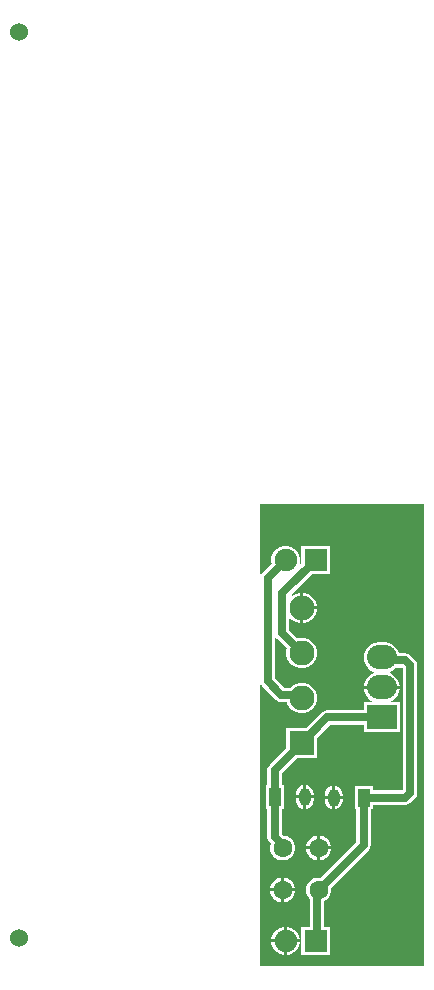
<source format=gbl>
G04*
G04 #@! TF.GenerationSoftware,Altium Limited,Altium Designer,21.0.8 (223)*
G04*
G04 Layer_Physical_Order=2*
G04 Layer_Color=16711680*
%FSTAX24Y24*%
%MOIN*%
G70*
G04*
G04 #@! TF.SameCoordinates,83E23403-EE52-46E3-B8F6-72DD454AC7A2*
G04*
G04*
G04 #@! TF.FilePolarity,Positive*
G04*
G01*
G75*
%ADD18C,0.0830*%
%ADD25C,0.0600*%
%ADD26R,0.0394X0.0591*%
%ADD27O,0.0394X0.0591*%
%ADD28C,0.0750*%
%ADD29R,0.0750X0.0750*%
%ADD30C,0.0630*%
%ADD31R,0.0830X0.0830*%
%ADD32R,0.1000X0.0800*%
%ADD33O,0.1000X0.0800*%
%ADD34C,0.0276*%
G36*
X031501Y010153D02*
X02605D01*
Y019518D01*
X0261Y019533D01*
X026129Y01949D01*
X026584Y019035D01*
X026663Y018982D01*
X026755Y018964D01*
X026943D01*
X026959Y018901D01*
X027027Y018784D01*
X027123Y018688D01*
X027241Y01862D01*
X027372Y018585D01*
X027507D01*
X027638Y01862D01*
X027756Y018688D01*
X027851Y018784D01*
X027919Y018901D01*
X027954Y019032D01*
Y019168D01*
X027919Y019299D01*
X027851Y019416D01*
X027756Y019512D01*
X027638Y01958D01*
X027507Y019615D01*
X027372D01*
X027241Y01958D01*
X027123Y019512D01*
X02706Y019449D01*
X026856D01*
X026542Y019762D01*
Y0211D01*
X026592Y021115D01*
X026615Y021081D01*
X026946Y02075D01*
X026924Y020668D01*
Y020532D01*
X026959Y020401D01*
X027027Y020284D01*
X027123Y020188D01*
X027241Y02012D01*
X027372Y020085D01*
X027507D01*
X027638Y02012D01*
X027756Y020188D01*
X027851Y020284D01*
X027919Y020401D01*
X027954Y020532D01*
Y020668D01*
X027919Y020799D01*
X027851Y020916D01*
X027756Y021012D01*
X027638Y02108D01*
X027507Y021115D01*
X027372D01*
X027289Y021093D01*
X027029Y021353D01*
Y021717D01*
X027075Y021736D01*
X027123Y021688D01*
X027241Y02162D01*
X027372Y021585D01*
X027389D01*
Y0221D01*
Y022615D01*
X027372D01*
X027241Y02258D01*
X027129Y022516D01*
X027098Y022556D01*
X027768Y023225D01*
X028375D01*
Y024175D01*
X027425D01*
Y023589D01*
X027411Y02358D01*
X027368Y023611D01*
X027375Y023637D01*
Y023763D01*
X027343Y023883D01*
X02728Y023992D01*
X027192Y02408D01*
X027083Y024143D01*
X026963Y024175D01*
X026837D01*
X026717Y024143D01*
X026608Y02408D01*
X02652Y023992D01*
X026457Y023883D01*
X026425Y023763D01*
Y023637D01*
X02644Y023583D01*
X026129Y023271D01*
X0261Y023229D01*
X02605Y023244D01*
Y02555D01*
X031501D01*
Y010153D01*
D02*
G37*
%LPC*%
G36*
X027507Y022615D02*
X027489D01*
Y02215D01*
X027954D01*
Y022168D01*
X027919Y022299D01*
X027851Y022416D01*
X027756Y022512D01*
X027638Y02258D01*
X027507Y022615D01*
D02*
G37*
G36*
X027954Y02205D02*
X027489D01*
Y021585D01*
X027507D01*
X027638Y02162D01*
X027756Y021688D01*
X027851Y021784D01*
X027919Y021901D01*
X027954Y022032D01*
Y02205D01*
D02*
G37*
G36*
X030698Y0194D02*
X0301D01*
X029502D01*
X029513Y019319D01*
X029563Y019198D01*
X029643Y019093D01*
X029748Y019013D01*
X02978Y019D01*
X02977Y01895D01*
X0295D01*
Y018692D01*
X028289D01*
X028289Y018692D01*
X028197Y018674D01*
X028118Y018621D01*
X027611Y018115D01*
X026924D01*
Y017428D01*
X026366Y016869D01*
X026313Y016791D01*
X026295Y016698D01*
Y016195D01*
X02624D01*
Y015405D01*
X026295D01*
Y014459D01*
X026313Y014366D01*
X026366Y014287D01*
X026409Y014244D01*
X026385Y014155D01*
Y014045D01*
X026413Y01394D01*
X026468Y013845D01*
X026545Y013768D01*
X02664Y013713D01*
X026745Y013685D01*
X026855D01*
X02696Y013713D01*
X027055Y013768D01*
X027132Y013845D01*
X027187Y01394D01*
X027215Y014045D01*
Y014155D01*
X027187Y01426D01*
X027132Y014355D01*
X027055Y014432D01*
X02696Y014487D01*
X026855Y014515D01*
X026824D01*
X02678Y014559D01*
Y015405D01*
X026834D01*
Y016195D01*
X02678D01*
Y016598D01*
X027267Y017085D01*
X027954D01*
Y017772D01*
X02839Y018208D01*
X0295D01*
Y01795D01*
X0307D01*
Y01895D01*
X03043D01*
X03042Y019D01*
X030452Y019013D01*
X030557Y019093D01*
X030637Y019198D01*
X030687Y019319D01*
X030698Y0194D01*
D02*
G37*
G36*
X0302Y020954D02*
X03D01*
X029869Y020937D01*
X029748Y020887D01*
X029643Y020807D01*
X029563Y020702D01*
X029513Y020581D01*
X029496Y02045D01*
X029513Y020319D01*
X029563Y020198D01*
X029643Y020093D01*
X029748Y020013D01*
X029835Y019977D01*
Y019923D01*
X029748Y019887D01*
X029643Y019807D01*
X029563Y019702D01*
X029513Y019581D01*
X029502Y0195D01*
X0301D01*
X030698D01*
X030687Y019581D01*
X030637Y019702D01*
X030557Y019807D01*
X030452Y019887D01*
X030365Y019923D01*
Y019977D01*
X030452Y020013D01*
X030557Y020093D01*
X030567Y020107D01*
X030788D01*
X030808Y020088D01*
Y016042D01*
X030788Y016023D01*
X029797D01*
Y016175D01*
X029203D01*
Y015385D01*
X029258D01*
Y0143D01*
X028068Y013111D01*
X028055Y013115D01*
X027945D01*
X02784Y013087D01*
X027745Y013032D01*
X027668Y012955D01*
X027613Y01286D01*
X027585Y012755D01*
Y012645D01*
X027613Y01254D01*
X027668Y012445D01*
X027708Y012406D01*
Y011475D01*
X027425D01*
Y010525D01*
X028375D01*
Y011475D01*
X028192D01*
Y012332D01*
X028255Y012368D01*
X028332Y012445D01*
X028387Y01254D01*
X028415Y012645D01*
Y012755D01*
X028411Y012768D01*
X029671Y014029D01*
X029724Y014107D01*
X029742Y0142D01*
Y015385D01*
X029797D01*
Y015538D01*
X030889D01*
X030981Y015556D01*
X03106Y015609D01*
X031221Y01577D01*
X031274Y015849D01*
X031292Y015942D01*
Y020188D01*
X031274Y020281D01*
X031221Y02036D01*
X03106Y020521D01*
X030981Y020574D01*
X030889Y020592D01*
X030682D01*
X030637Y020702D01*
X030557Y020807D01*
X030452Y020887D01*
X030331Y020937D01*
X0302Y020954D01*
D02*
G37*
G36*
X027587Y016191D02*
Y01585D01*
X027837D01*
Y015898D01*
X027827Y015976D01*
X027797Y016048D01*
X027749Y01611D01*
X027687Y016158D01*
X027615Y016188D01*
X027587Y016191D01*
D02*
G37*
G36*
X027487D02*
X02746Y016188D01*
X027388Y016158D01*
X027326Y01611D01*
X027278Y016048D01*
X027248Y015976D01*
X027238Y015898D01*
Y01585D01*
X027487D01*
Y016191D01*
D02*
G37*
G36*
X02855Y016171D02*
Y01583D01*
X028799D01*
Y015879D01*
X028789Y015956D01*
X028759Y016028D01*
X028712Y01609D01*
X02865Y016138D01*
X028577Y016168D01*
X02855Y016171D01*
D02*
G37*
G36*
X02845D02*
X028423Y016168D01*
X02835Y016138D01*
X028288Y01609D01*
X028241Y016028D01*
X028211Y015956D01*
X028201Y015879D01*
Y01583D01*
X02845D01*
Y016171D01*
D02*
G37*
G36*
X027837Y01575D02*
X027587D01*
Y015409D01*
X027615Y015412D01*
X027687Y015442D01*
X027749Y01549D01*
X027797Y015552D01*
X027827Y015624D01*
X027837Y015702D01*
Y01575D01*
D02*
G37*
G36*
X027487D02*
X027238D01*
Y015702D01*
X027248Y015624D01*
X027278Y015552D01*
X027326Y01549D01*
X027388Y015442D01*
X02746Y015412D01*
X027487Y015409D01*
Y01575D01*
D02*
G37*
G36*
X028799Y01573D02*
X02855D01*
Y015389D01*
X028577Y015392D01*
X02865Y015422D01*
X028712Y01547D01*
X028759Y015532D01*
X028789Y015604D01*
X028799Y015682D01*
Y01573D01*
D02*
G37*
G36*
X02845D02*
X028201D01*
Y015682D01*
X028211Y015604D01*
X028241Y015532D01*
X028288Y01547D01*
X02835Y015422D01*
X028423Y015392D01*
X02845Y015389D01*
Y01573D01*
D02*
G37*
G36*
X028055Y014515D02*
X02805D01*
Y01415D01*
X028415D01*
Y014155D01*
X028387Y01426D01*
X028332Y014355D01*
X028255Y014432D01*
X02816Y014487D01*
X028055Y014515D01*
D02*
G37*
G36*
X02795D02*
X027945D01*
X02784Y014487D01*
X027745Y014432D01*
X027668Y014355D01*
X027613Y01426D01*
X027585Y014155D01*
Y01415D01*
X02795D01*
Y014515D01*
D02*
G37*
G36*
X028415Y01405D02*
X02805D01*
Y013685D01*
X028055D01*
X02816Y013713D01*
X028255Y013768D01*
X028332Y013845D01*
X028387Y01394D01*
X028415Y014045D01*
Y01405D01*
D02*
G37*
G36*
X02795D02*
X027585D01*
Y014045D01*
X027613Y01394D01*
X027668Y013845D01*
X027745Y013768D01*
X02784Y013713D01*
X027945Y013685D01*
X02795D01*
Y01405D01*
D02*
G37*
G36*
X026855Y013115D02*
X02685D01*
Y01275D01*
X027215D01*
Y012755D01*
X027187Y01286D01*
X027132Y012955D01*
X027055Y013032D01*
X02696Y013087D01*
X026855Y013115D01*
D02*
G37*
G36*
X02675D02*
X026745D01*
X02664Y013087D01*
X026545Y013032D01*
X026468Y012955D01*
X026413Y01286D01*
X026385Y012755D01*
Y01275D01*
X02675D01*
Y013115D01*
D02*
G37*
G36*
X027215Y01265D02*
X02685D01*
Y012285D01*
X026855D01*
X02696Y012313D01*
X027055Y012368D01*
X027132Y012445D01*
X027187Y01254D01*
X027215Y012645D01*
Y01265D01*
D02*
G37*
G36*
X02675D02*
X026385D01*
Y012645D01*
X026413Y01254D01*
X026468Y012445D01*
X026545Y012368D01*
X02664Y012313D01*
X026745Y012285D01*
X02675D01*
Y01265D01*
D02*
G37*
G36*
X026963Y011475D02*
X02695D01*
Y01105D01*
X027375D01*
Y011063D01*
X027343Y011183D01*
X02728Y011292D01*
X027192Y01138D01*
X027083Y011443D01*
X026963Y011475D01*
D02*
G37*
G36*
X02685D02*
X026837D01*
X026717Y011443D01*
X026608Y01138D01*
X02652Y011292D01*
X026457Y011183D01*
X026425Y011063D01*
Y01105D01*
X02685D01*
Y011475D01*
D02*
G37*
G36*
X027375Y01095D02*
X02695D01*
Y010525D01*
X026963D01*
X027083Y010557D01*
X027192Y01062D01*
X02728Y010708D01*
X027343Y010817D01*
X027375Y010937D01*
Y01095D01*
D02*
G37*
G36*
X02685D02*
X026425D01*
Y010937D01*
X026457Y010817D01*
X02652Y010708D01*
X026608Y01062D01*
X026717Y010557D01*
X026837Y010525D01*
X02685D01*
Y01095D01*
D02*
G37*
%LPD*%
D18*
X027439Y0221D02*
D03*
Y0206D02*
D03*
Y0191D02*
D03*
D25*
X018024Y0413D02*
D03*
Y0111D02*
D03*
D26*
X0295Y01578D02*
D03*
X026537Y0158D02*
D03*
D27*
X0285Y01578D02*
D03*
X027537Y0158D02*
D03*
D28*
X0269Y011D02*
D03*
Y0237D02*
D03*
D29*
X0279Y011D02*
D03*
Y0237D02*
D03*
D30*
X0268Y0127D02*
D03*
X028D02*
D03*
Y0141D02*
D03*
X0268D02*
D03*
D31*
X027439Y0176D02*
D03*
D32*
X0301Y01845D02*
D03*
D33*
Y01945D02*
D03*
Y02045D02*
D03*
D34*
X026537Y014459D02*
X0268Y014196D01*
X026537Y014459D02*
Y0158D01*
Y016698D01*
X0268Y0141D02*
Y014196D01*
X0295Y01578D02*
X030889D01*
X03105Y015942D02*
Y020188D01*
X0302Y02035D02*
X030889D01*
X03105Y020188D01*
X030889Y01578D02*
X03105Y015942D01*
X02795Y01105D02*
Y01265D01*
X0279Y011D02*
X02795Y01105D01*
Y01265D02*
X028Y0127D01*
X0295Y0142D01*
Y01578D01*
X026537Y016698D02*
X027439Y0176D01*
X0301Y02045D02*
X0302Y02035D01*
X026787Y021253D02*
X027439Y0206D01*
X026787Y021253D02*
Y022587D01*
X0279Y0237D01*
X0263Y019661D02*
X026755Y019206D01*
X0263Y019661D02*
Y0231D01*
X0269Y0237D01*
X027333Y019206D02*
X027439Y0191D01*
X026755Y019206D02*
X027333D01*
X027439Y0176D02*
X028289Y01845D01*
X0301D01*
M02*

</source>
